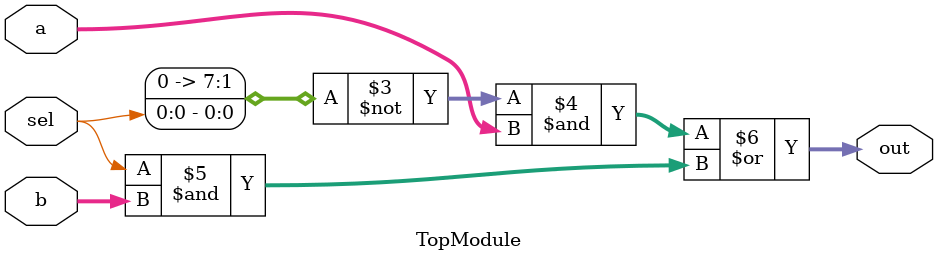
<source format=sv>


module TopModule (
  input sel,
  input [7:0] a,
  input [7:0] b,
  output reg [7:0] out
);

  always @(sel, a, b) begin
    out = (~sel & a) | (sel & b);
  end
endmodule

</source>
